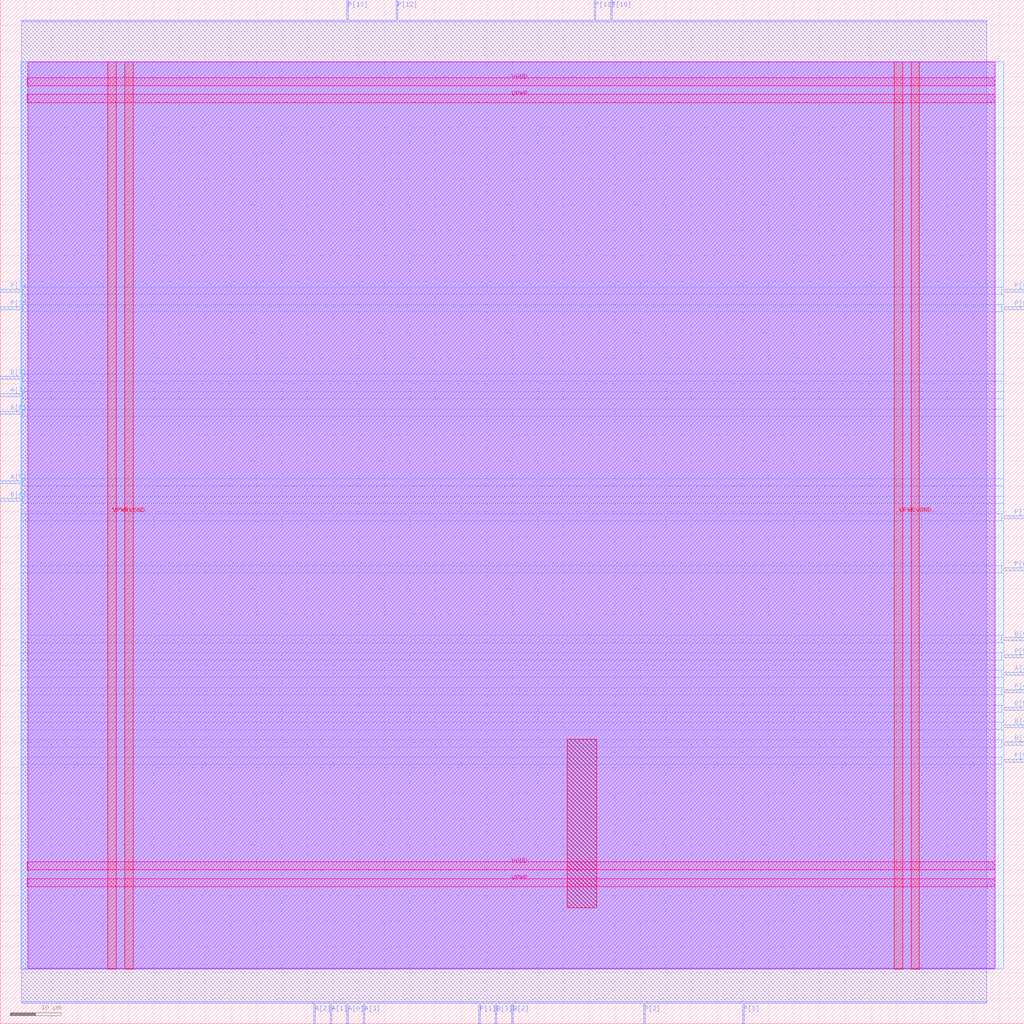
<source format=lef>
VERSION 5.7 ;
  NOWIREEXTENSIONATPIN ON ;
  DIVIDERCHAR "/" ;
  BUSBITCHARS "[]" ;
MACRO mult8_2bits_1op_e16917
  CLASS BLOCK ;
  FOREIGN mult8_2bits_1op_e16917 ;
  ORIGIN 0.000 0.000 ;
  SIZE 200.000 BY 200.000 ;
  PIN A[0]
    DIRECTION INPUT ;
    USE SIGNAL ;
    ANTENNAGATEAREA 0.213000 ;
    PORT
      LAYER met2 ;
        RECT 67.710 0.000 67.990 4.000 ;
    END
  END A[0]
  PIN A[1]
    DIRECTION INPUT ;
    USE SIGNAL ;
    ANTENNAGATEAREA 0.159000 ;
    PORT
      LAYER met2 ;
        RECT 64.490 0.000 64.770 4.000 ;
    END
  END A[1]
  PIN A[2]
    DIRECTION INPUT ;
    USE SIGNAL ;
    ANTENNAGATEAREA 0.213000 ;
    PORT
      LAYER met2 ;
        RECT 61.270 0.000 61.550 4.000 ;
    END
  END A[2]
  PIN A[3]
    DIRECTION INPUT ;
    USE SIGNAL ;
    ANTENNAGATEAREA 0.159000 ;
    PORT
      LAYER met2 ;
        RECT 70.930 0.000 71.210 4.000 ;
    END
  END A[3]
  PIN A[4]
    DIRECTION INPUT ;
    USE SIGNAL ;
    ANTENNAGATEAREA 0.196500 ;
    PORT
      LAYER met3 ;
        RECT 196.000 68.040 200.000 68.640 ;
    END
  END A[4]
  PIN A[5]
    DIRECTION INPUT ;
    USE SIGNAL ;
    ANTENNAGATEAREA 0.213000 ;
    PORT
      LAYER met3 ;
        RECT 0.000 105.440 4.000 106.040 ;
    END
  END A[5]
  PIN A[6]
    DIRECTION INPUT ;
    USE SIGNAL ;
    ANTENNAGATEAREA 0.196500 ;
    PORT
      LAYER met3 ;
        RECT 0.000 119.040 4.000 119.640 ;
    END
  END A[6]
  PIN A[7]
    DIRECTION INPUT ;
    USE SIGNAL ;
    ANTENNAGATEAREA 0.159000 ;
    PORT
      LAYER met3 ;
        RECT 0.000 122.440 4.000 123.040 ;
    END
  END A[7]
  PIN B[0]
    DIRECTION INPUT ;
    USE SIGNAL ;
    ANTENNAGATEAREA 0.213000 ;
    PORT
      LAYER met3 ;
        RECT 196.000 74.840 200.000 75.440 ;
    END
  END B[0]
  PIN B[1]
    DIRECTION INPUT ;
    USE SIGNAL ;
    ANTENNAGATEAREA 0.247500 ;
    PORT
      LAYER met3 ;
        RECT 196.000 54.440 200.000 55.040 ;
    END
  END B[1]
  PIN B[2]
    DIRECTION INPUT ;
    USE SIGNAL ;
    ANTENNAGATEAREA 0.247500 ;
    PORT
      LAYER met2 ;
        RECT 99.910 0.000 100.190 4.000 ;
    END
  END B[2]
  PIN B[3]
    DIRECTION INPUT ;
    USE SIGNAL ;
    ANTENNAGATEAREA 0.196500 ;
    PORT
      LAYER met2 ;
        RECT 96.690 0.000 96.970 4.000 ;
    END
  END B[3]
  PIN B[4]
    DIRECTION INPUT ;
    USE SIGNAL ;
    ANTENNAGATEAREA 0.213000 ;
    PORT
      LAYER met3 ;
        RECT 196.000 57.840 200.000 58.440 ;
    END
  END B[4]
  PIN B[5]
    DIRECTION INPUT ;
    USE SIGNAL ;
    ANTENNAGATEAREA 0.495000 ;
    PORT
      LAYER met3 ;
        RECT 196.000 61.240 200.000 61.840 ;
    END
  END B[5]
  PIN B[6]
    DIRECTION INPUT ;
    USE SIGNAL ;
    ANTENNAGATEAREA 0.196500 ;
    PORT
      LAYER met3 ;
        RECT 0.000 102.040 4.000 102.640 ;
    END
  END B[6]
  PIN B[7]
    DIRECTION INPUT ;
    USE SIGNAL ;
    ANTENNAGATEAREA 0.196500 ;
    PORT
      LAYER met3 ;
        RECT 0.000 125.840 4.000 126.440 ;
    END
  END B[7]
  PIN P[0]
    DIRECTION OUTPUT ;
    USE SIGNAL ;
    ANTENNADIFFAREA 0.445500 ;
    PORT
      LAYER met3 ;
        RECT 196.000 51.040 200.000 51.640 ;
    END
  END P[0]
  PIN P[10]
    DIRECTION OUTPUT ;
    USE SIGNAL ;
    ANTENNADIFFAREA 0.891000 ;
    PORT
      LAYER met2 ;
        RECT 119.230 196.000 119.510 200.000 ;
    END
  END P[10]
  PIN P[11]
    DIRECTION OUTPUT ;
    USE SIGNAL ;
    ANTENNADIFFAREA 1.336500 ;
    PORT
      LAYER met2 ;
        RECT 116.010 196.000 116.290 200.000 ;
    END
  END P[11]
  PIN P[12]
    DIRECTION OUTPUT ;
    USE SIGNAL ;
    ANTENNADIFFAREA 1.336500 ;
    PORT
      LAYER met2 ;
        RECT 77.370 196.000 77.650 200.000 ;
    END
  END P[12]
  PIN P[13]
    DIRECTION OUTPUT ;
    USE SIGNAL ;
    ANTENNADIFFAREA 1.336500 ;
    PORT
      LAYER met2 ;
        RECT 67.710 196.000 67.990 200.000 ;
    END
  END P[13]
  PIN P[14]
    DIRECTION OUTPUT ;
    USE SIGNAL ;
    ANTENNADIFFAREA 1.336500 ;
    PORT
      LAYER met3 ;
        RECT 0.000 142.840 4.000 143.440 ;
    END
  END P[14]
  PIN P[15]
    DIRECTION OUTPUT ;
    USE SIGNAL ;
    ANTENNADIFFAREA 1.336500 ;
    PORT
      LAYER met3 ;
        RECT 0.000 139.440 4.000 140.040 ;
    END
  END P[15]
  PIN P[1]
    DIRECTION OUTPUT ;
    USE SIGNAL ;
    ANTENNADIFFAREA 0.445500 ;
    PORT
      LAYER met2 ;
        RECT 93.470 0.000 93.750 4.000 ;
    END
  END P[1]
  PIN P[2]
    DIRECTION OUTPUT ;
    USE SIGNAL ;
    ANTENNADIFFAREA 0.445500 ;
    PORT
      LAYER met2 ;
        RECT 125.670 0.000 125.950 4.000 ;
    END
  END P[2]
  PIN P[3]
    DIRECTION OUTPUT ;
    USE SIGNAL ;
    ANTENNADIFFAREA 0.445500 ;
    PORT
      LAYER met2 ;
        RECT 144.990 0.000 145.270 4.000 ;
    END
  END P[3]
  PIN P[4]
    DIRECTION OUTPUT ;
    USE SIGNAL ;
    ANTENNADIFFAREA 0.445500 ;
    PORT
      LAYER met3 ;
        RECT 196.000 64.640 200.000 65.240 ;
    END
  END P[4]
  PIN P[5]
    DIRECTION OUTPUT ;
    USE SIGNAL ;
    ANTENNADIFFAREA 0.445500 ;
    PORT
      LAYER met3 ;
        RECT 196.000 71.440 200.000 72.040 ;
    END
  END P[5]
  PIN P[6]
    DIRECTION OUTPUT ;
    USE SIGNAL ;
    ANTENNADIFFAREA 0.795200 ;
    PORT
      LAYER met3 ;
        RECT 196.000 88.440 200.000 89.040 ;
    END
  END P[6]
  PIN P[7]
    DIRECTION OUTPUT ;
    USE SIGNAL ;
    ANTENNADIFFAREA 1.336500 ;
    PORT
      LAYER met3 ;
        RECT 196.000 98.640 200.000 99.240 ;
    END
  END P[7]
  PIN P[8]
    DIRECTION OUTPUT ;
    USE SIGNAL ;
    ANTENNADIFFAREA 1.336500 ;
    PORT
      LAYER met3 ;
        RECT 196.000 139.440 200.000 140.040 ;
    END
  END P[8]
  PIN P[9]
    DIRECTION OUTPUT ;
    USE SIGNAL ;
    ANTENNADIFFAREA 1.336500 ;
    PORT
      LAYER met3 ;
        RECT 196.000 142.840 200.000 143.440 ;
    END
  END P[9]
  PIN VGND
    DIRECTION INOUT ;
    USE GROUND ;
    PORT
      LAYER met4 ;
        RECT 24.340 10.640 25.940 187.920 ;
    END
    PORT
      LAYER met4 ;
        RECT 177.940 10.640 179.540 187.920 ;
    END
    PORT
      LAYER met5 ;
        RECT 5.280 30.030 194.360 31.630 ;
    END
    PORT
      LAYER met5 ;
        RECT 5.280 183.210 194.360 184.810 ;
    END
  END VGND
  PIN VPWR
    DIRECTION INOUT ;
    USE POWER ;
    PORT
      LAYER met4 ;
        RECT 21.040 10.640 22.640 187.920 ;
    END
    PORT
      LAYER met4 ;
        RECT 174.640 10.640 176.240 187.920 ;
    END
    PORT
      LAYER met5 ;
        RECT 5.280 26.730 194.360 28.330 ;
    END
    PORT
      LAYER met5 ;
        RECT 5.280 179.910 194.360 181.510 ;
    END
  END VPWR
  OBS
      LAYER nwell ;
        RECT 5.330 10.795 194.310 187.870 ;
      LAYER li1 ;
        RECT 5.520 10.795 194.120 187.765 ;
      LAYER met1 ;
        RECT 4.210 10.640 194.120 187.920 ;
      LAYER met2 ;
        RECT 4.230 195.720 67.430 196.000 ;
        RECT 68.270 195.720 77.090 196.000 ;
        RECT 77.930 195.720 115.730 196.000 ;
        RECT 116.570 195.720 118.950 196.000 ;
        RECT 119.790 195.720 192.650 196.000 ;
        RECT 4.230 4.280 192.650 195.720 ;
        RECT 4.230 4.000 60.990 4.280 ;
        RECT 61.830 4.000 64.210 4.280 ;
        RECT 65.050 4.000 67.430 4.280 ;
        RECT 68.270 4.000 70.650 4.280 ;
        RECT 71.490 4.000 93.190 4.280 ;
        RECT 94.030 4.000 96.410 4.280 ;
        RECT 97.250 4.000 99.630 4.280 ;
        RECT 100.470 4.000 125.390 4.280 ;
        RECT 126.230 4.000 144.710 4.280 ;
        RECT 145.550 4.000 192.650 4.280 ;
      LAYER met3 ;
        RECT 3.990 143.840 196.000 187.845 ;
        RECT 4.400 142.440 195.600 143.840 ;
        RECT 3.990 140.440 196.000 142.440 ;
        RECT 4.400 139.040 195.600 140.440 ;
        RECT 3.990 126.840 196.000 139.040 ;
        RECT 4.400 125.440 196.000 126.840 ;
        RECT 3.990 123.440 196.000 125.440 ;
        RECT 4.400 122.040 196.000 123.440 ;
        RECT 3.990 120.040 196.000 122.040 ;
        RECT 4.400 118.640 196.000 120.040 ;
        RECT 3.990 106.440 196.000 118.640 ;
        RECT 4.400 105.040 196.000 106.440 ;
        RECT 3.990 103.040 196.000 105.040 ;
        RECT 4.400 101.640 196.000 103.040 ;
        RECT 3.990 99.640 196.000 101.640 ;
        RECT 3.990 98.240 195.600 99.640 ;
        RECT 3.990 89.440 196.000 98.240 ;
        RECT 3.990 88.040 195.600 89.440 ;
        RECT 3.990 75.840 196.000 88.040 ;
        RECT 3.990 74.440 195.600 75.840 ;
        RECT 3.990 72.440 196.000 74.440 ;
        RECT 3.990 71.040 195.600 72.440 ;
        RECT 3.990 69.040 196.000 71.040 ;
        RECT 3.990 67.640 195.600 69.040 ;
        RECT 3.990 65.640 196.000 67.640 ;
        RECT 3.990 64.240 195.600 65.640 ;
        RECT 3.990 62.240 196.000 64.240 ;
        RECT 3.990 60.840 195.600 62.240 ;
        RECT 3.990 58.840 196.000 60.840 ;
        RECT 3.990 57.440 195.600 58.840 ;
        RECT 3.990 55.440 196.000 57.440 ;
        RECT 3.990 54.040 195.600 55.440 ;
        RECT 3.990 52.040 196.000 54.040 ;
        RECT 3.990 50.640 195.600 52.040 ;
        RECT 3.990 10.715 196.000 50.640 ;
      LAYER met4 ;
        RECT 110.695 22.615 116.545 55.585 ;
  END
END mult8_2bits_1op_e16917
END LIBRARY


</source>
